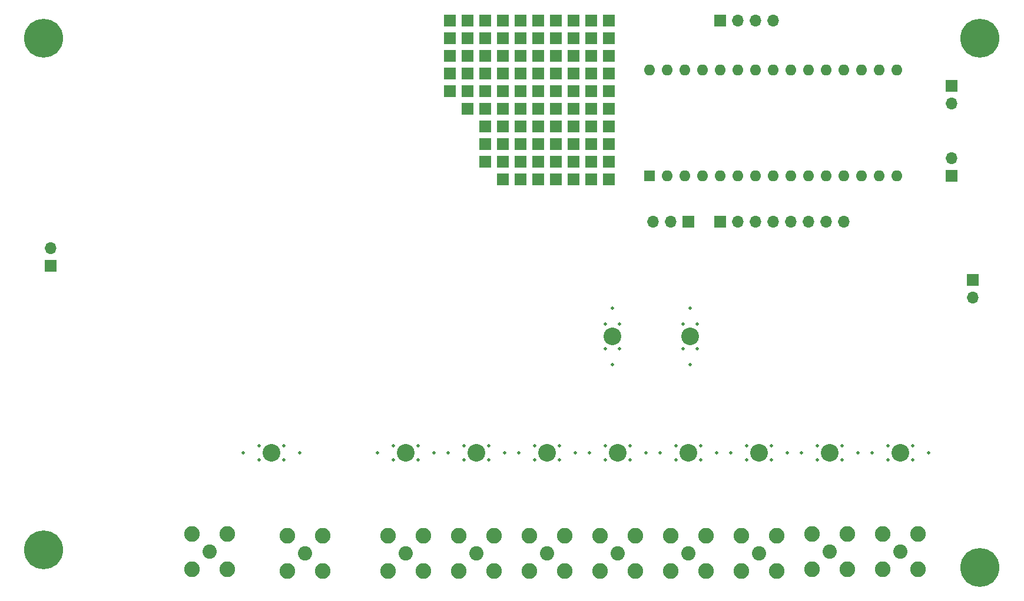
<source format=gbr>
%TF.GenerationSoftware,KiCad,Pcbnew,5.1.9-73d0e3b20d~88~ubuntu20.04.1*%
%TF.CreationDate,2021-01-15T18:11:00+02:00*%
%TF.ProjectId,gpsdo,67707364-6f2e-46b6-9963-61645f706362,rev?*%
%TF.SameCoordinates,PX3e22018PY7b2cf58*%
%TF.FileFunction,Soldermask,Bot*%
%TF.FilePolarity,Negative*%
%FSLAX46Y46*%
G04 Gerber Fmt 4.6, Leading zero omitted, Abs format (unit mm)*
G04 Created by KiCad (PCBNEW 5.1.9-73d0e3b20d~88~ubuntu20.04.1) date 2021-01-15 18:11:00*
%MOMM*%
%LPD*%
G01*
G04 APERTURE LIST*
%ADD10R,1.700000X1.700000*%
%ADD11C,5.600000*%
%ADD12C,0.508000*%
%ADD13C,2.540000*%
%ADD14O,1.700000X1.700000*%
%ADD15C,2.250000*%
%ADD16C,2.050000*%
%ADD17O,1.600000X1.600000*%
%ADD18R,1.600000X1.600000*%
G04 APERTURE END LIST*
D10*
%TO.C,REF\u002A\u002A*%
X63500000Y73660000D03*
%TD*%
%TO.C,REF\u002A\u002A*%
X63500000Y76200000D03*
%TD*%
%TO.C,REF\u002A\u002A*%
X63500000Y78740000D03*
%TD*%
%TO.C,REF\u002A\u002A*%
X63500000Y81280000D03*
%TD*%
%TO.C,REF\u002A\u002A*%
X63500000Y83820000D03*
%TD*%
%TO.C,REF\u002A\u002A*%
X66040000Y71120000D03*
%TD*%
%TO.C,REF\u002A\u002A*%
X66040000Y73660000D03*
%TD*%
%TO.C,REF\u002A\u002A*%
X66040000Y76200000D03*
%TD*%
%TO.C,REF\u002A\u002A*%
X66040000Y78740000D03*
%TD*%
%TO.C,REF\u002A\u002A*%
X66040000Y81280000D03*
%TD*%
%TO.C,REF\u002A\u002A*%
X66040000Y83820000D03*
%TD*%
%TO.C,REF\u002A\u002A*%
X68580000Y63500000D03*
%TD*%
%TO.C,REF\u002A\u002A*%
X68580000Y66040000D03*
%TD*%
%TO.C,REF\u002A\u002A*%
X68580000Y68580000D03*
%TD*%
%TO.C,REF\u002A\u002A*%
X68580000Y71120000D03*
%TD*%
%TO.C,REF\u002A\u002A*%
X68580000Y73660000D03*
%TD*%
%TO.C,REF\u002A\u002A*%
X68580000Y76200000D03*
%TD*%
%TO.C,REF\u002A\u002A*%
X68580000Y78740000D03*
%TD*%
%TO.C,REF\u002A\u002A*%
X68580000Y81280000D03*
%TD*%
%TO.C,REF\u002A\u002A*%
X68580000Y83820000D03*
%TD*%
%TO.C,REF\u002A\u002A*%
X71120000Y60960000D03*
%TD*%
%TO.C,REF\u002A\u002A*%
X71120000Y63500000D03*
%TD*%
%TO.C,REF\u002A\u002A*%
X71120000Y66040000D03*
%TD*%
%TO.C,REF\u002A\u002A*%
X71120000Y68580000D03*
%TD*%
%TO.C,REF\u002A\u002A*%
X71120000Y71120000D03*
%TD*%
%TO.C,REF\u002A\u002A*%
X71120000Y73660000D03*
%TD*%
%TO.C,REF\u002A\u002A*%
X71120000Y76200000D03*
%TD*%
%TO.C,REF\u002A\u002A*%
X71120000Y78740000D03*
%TD*%
%TO.C,REF\u002A\u002A*%
X71120000Y81280000D03*
%TD*%
%TO.C,REF\u002A\u002A*%
X71120000Y83820000D03*
%TD*%
%TO.C,REF\u002A\u002A*%
X73660000Y60960000D03*
%TD*%
%TO.C,REF\u002A\u002A*%
X73660000Y63500000D03*
%TD*%
%TO.C,REF\u002A\u002A*%
X73660000Y66040000D03*
%TD*%
%TO.C,REF\u002A\u002A*%
X73660000Y68580000D03*
%TD*%
%TO.C,REF\u002A\u002A*%
X73660000Y71120000D03*
%TD*%
%TO.C,REF\u002A\u002A*%
X73660000Y73660000D03*
%TD*%
%TO.C,REF\u002A\u002A*%
X73660000Y76200000D03*
%TD*%
%TO.C,REF\u002A\u002A*%
X73660000Y78740000D03*
%TD*%
%TO.C,REF\u002A\u002A*%
X73660000Y81280000D03*
%TD*%
%TO.C,REF\u002A\u002A*%
X73660000Y83820000D03*
%TD*%
%TO.C,REF\u002A\u002A*%
X76200000Y60960000D03*
%TD*%
%TO.C,REF\u002A\u002A*%
X76200000Y63500000D03*
%TD*%
%TO.C,REF\u002A\u002A*%
X76200000Y66040000D03*
%TD*%
%TO.C,REF\u002A\u002A*%
X76200000Y68580000D03*
%TD*%
%TO.C,REF\u002A\u002A*%
X76200000Y71120000D03*
%TD*%
%TO.C,REF\u002A\u002A*%
X76200000Y73660000D03*
%TD*%
%TO.C,REF\u002A\u002A*%
X76200000Y76200000D03*
%TD*%
%TO.C,REF\u002A\u002A*%
X76200000Y78740000D03*
%TD*%
%TO.C,REF\u002A\u002A*%
X76200000Y81280000D03*
%TD*%
%TO.C,REF\u002A\u002A*%
X76200000Y83820000D03*
%TD*%
%TO.C,REF\u002A\u002A*%
X78740000Y60960000D03*
%TD*%
%TO.C,REF\u002A\u002A*%
X78740000Y63500000D03*
%TD*%
%TO.C,REF\u002A\u002A*%
X78740000Y66040000D03*
%TD*%
%TO.C,REF\u002A\u002A*%
X78740000Y68580000D03*
%TD*%
%TO.C,REF\u002A\u002A*%
X78740000Y71120000D03*
%TD*%
%TO.C,REF\u002A\u002A*%
X78740000Y73660000D03*
%TD*%
%TO.C,REF\u002A\u002A*%
X78740000Y76200000D03*
%TD*%
%TO.C,REF\u002A\u002A*%
X78740000Y78740000D03*
%TD*%
%TO.C,REF\u002A\u002A*%
X78740000Y81280000D03*
%TD*%
%TO.C,REF\u002A\u002A*%
X78740000Y83820000D03*
%TD*%
%TO.C,REF\u002A\u002A*%
X81280000Y60960000D03*
%TD*%
%TO.C,REF\u002A\u002A*%
X81280000Y63500000D03*
%TD*%
%TO.C,REF\u002A\u002A*%
X81280000Y66040000D03*
%TD*%
%TO.C,REF\u002A\u002A*%
X81280000Y68580000D03*
%TD*%
%TO.C,REF\u002A\u002A*%
X81280000Y71120000D03*
%TD*%
%TO.C,REF\u002A\u002A*%
X81280000Y73660000D03*
%TD*%
%TO.C,REF\u002A\u002A*%
X81280000Y76200000D03*
%TD*%
%TO.C,REF\u002A\u002A*%
X81280000Y78740000D03*
%TD*%
%TO.C,REF\u002A\u002A*%
X81280000Y81280000D03*
%TD*%
%TO.C,REF\u002A\u002A*%
X81280000Y83820000D03*
%TD*%
%TO.C,REF\u002A\u002A*%
X83820000Y60960000D03*
%TD*%
%TO.C,REF\u002A\u002A*%
X83820000Y63500000D03*
%TD*%
%TO.C,REF\u002A\u002A*%
X83820000Y66040000D03*
%TD*%
%TO.C,REF\u002A\u002A*%
X83820000Y68580000D03*
%TD*%
%TO.C,REF\u002A\u002A*%
X83820000Y71120000D03*
%TD*%
%TO.C,REF\u002A\u002A*%
X83820000Y73660000D03*
%TD*%
%TO.C,REF\u002A\u002A*%
X83820000Y76200000D03*
%TD*%
%TO.C,REF\u002A\u002A*%
X83820000Y78740000D03*
%TD*%
%TO.C,REF\u002A\u002A*%
X83820000Y81280000D03*
%TD*%
%TO.C,REF\u002A\u002A*%
X83820000Y83820000D03*
%TD*%
%TO.C,REF\u002A\u002A*%
X86360000Y60960000D03*
%TD*%
%TO.C,REF\u002A\u002A*%
X86360000Y63500000D03*
%TD*%
%TO.C,REF\u002A\u002A*%
X86360000Y66040000D03*
%TD*%
%TO.C,REF\u002A\u002A*%
X86360000Y68580000D03*
%TD*%
%TO.C,REF\u002A\u002A*%
X86360000Y71120000D03*
%TD*%
%TO.C,REF\u002A\u002A*%
X86360000Y73660000D03*
%TD*%
%TO.C,REF\u002A\u002A*%
X86360000Y76200000D03*
%TD*%
%TO.C,REF\u002A\u002A*%
X86360000Y78740000D03*
%TD*%
%TO.C,REF\u002A\u002A*%
X86360000Y81280000D03*
%TD*%
%TO.C,REF\u002A\u002A*%
X86360000Y83820000D03*
%TD*%
D11*
%TO.C,H4*%
X139700000Y81280000D03*
%TD*%
%TO.C,H3*%
X5080000Y81280000D03*
%TD*%
%TO.C,H2*%
X139700000Y5080000D03*
%TD*%
%TO.C,H1*%
X5080000Y7620000D03*
%TD*%
D12*
%TO.C,U20*%
X116332000Y22606000D03*
X114046000Y21590000D03*
X116332000Y20574000D03*
X119888000Y22606000D03*
X122174000Y21590000D03*
X119888000Y20574000D03*
D13*
X118110000Y21590000D03*
%TD*%
D12*
%TO.C,U19*%
X96012000Y22606000D03*
X93726000Y21590000D03*
X96012000Y20574000D03*
X99568000Y22606000D03*
X101854000Y21590000D03*
X99568000Y20574000D03*
D13*
X97790000Y21590000D03*
%TD*%
D12*
%TO.C,U18*%
X75692000Y22606000D03*
X73406000Y21590000D03*
X75692000Y20574000D03*
X79248000Y22606000D03*
X81534000Y21590000D03*
X79248000Y20574000D03*
D13*
X77470000Y21590000D03*
%TD*%
D12*
%TO.C,U17*%
X55372000Y22606000D03*
X53086000Y21590000D03*
X55372000Y20574000D03*
X58928000Y22606000D03*
X61214000Y21590000D03*
X58928000Y20574000D03*
D13*
X57150000Y21590000D03*
%TD*%
D12*
%TO.C,U16*%
X36068000Y22606000D03*
X33782000Y21590000D03*
X36068000Y20574000D03*
X39624000Y22606000D03*
X41910000Y21590000D03*
X39624000Y20574000D03*
D13*
X37846000Y21590000D03*
%TD*%
D12*
%TO.C,U15*%
X97028000Y36576000D03*
X98044000Y34290000D03*
X99060000Y36576000D03*
X97028000Y40132000D03*
X98044000Y42418000D03*
X99060000Y40132000D03*
D13*
X98044000Y38354000D03*
%TD*%
D12*
%TO.C,U14*%
X87884000Y40132000D03*
X86868000Y42418000D03*
X85852000Y40132000D03*
X87884000Y36576000D03*
X86868000Y34290000D03*
X85852000Y36576000D03*
D13*
X86868000Y38354000D03*
%TD*%
D12*
%TO.C,U13*%
X126492000Y22606000D03*
X124206000Y21590000D03*
X126492000Y20574000D03*
X130048000Y22606000D03*
X132334000Y21590000D03*
X130048000Y20574000D03*
D13*
X128270000Y21590000D03*
%TD*%
D12*
%TO.C,U12*%
X106172000Y22606000D03*
X103886000Y21590000D03*
X106172000Y20574000D03*
X109728000Y22606000D03*
X112014000Y21590000D03*
X109728000Y20574000D03*
D13*
X107950000Y21590000D03*
%TD*%
D12*
%TO.C,U11*%
X85852000Y22606000D03*
X83566000Y21590000D03*
X85852000Y20574000D03*
X89408000Y22606000D03*
X91694000Y21590000D03*
X89408000Y20574000D03*
D13*
X87630000Y21590000D03*
%TD*%
D12*
%TO.C,U10*%
X65532000Y22606000D03*
X63246000Y21590000D03*
X65532000Y20574000D03*
X69088000Y22606000D03*
X71374000Y21590000D03*
X69088000Y20574000D03*
D13*
X67310000Y21590000D03*
%TD*%
D14*
%TO.C,J17*%
X6096000Y51054000D03*
D10*
X6096000Y48514000D03*
%TD*%
D14*
%TO.C,J16*%
X135636000Y71882000D03*
D10*
X135636000Y74422000D03*
%TD*%
D15*
%TO.C,J15*%
X120650000Y4826000D03*
X115570000Y4826000D03*
X115570000Y9906000D03*
X120650000Y9906000D03*
D16*
X118110000Y7366000D03*
%TD*%
D15*
%TO.C,J14*%
X100330000Y4572000D03*
X95250000Y4572000D03*
X95250000Y9652000D03*
X100330000Y9652000D03*
D16*
X97790000Y7112000D03*
%TD*%
D15*
%TO.C,J13*%
X80010000Y4572000D03*
X74930000Y4572000D03*
X74930000Y9652000D03*
X80010000Y9652000D03*
D16*
X77470000Y7112000D03*
%TD*%
D15*
%TO.C,J12*%
X59690000Y4572000D03*
X54610000Y4572000D03*
X54610000Y9652000D03*
X59690000Y9652000D03*
D16*
X57150000Y7112000D03*
%TD*%
D15*
%TO.C,J11*%
X45212000Y4572000D03*
X40132000Y4572000D03*
X40132000Y9652000D03*
X45212000Y9652000D03*
D16*
X42672000Y7112000D03*
%TD*%
D15*
%TO.C,J10*%
X130810000Y4826000D03*
X125730000Y4826000D03*
X125730000Y9906000D03*
X130810000Y9906000D03*
D16*
X128270000Y7366000D03*
%TD*%
D15*
%TO.C,J9*%
X110490000Y4572000D03*
X105410000Y4572000D03*
X105410000Y9652000D03*
X110490000Y9652000D03*
D16*
X107950000Y7112000D03*
%TD*%
D15*
%TO.C,J8*%
X90170000Y4572000D03*
X85090000Y4572000D03*
X85090000Y9652000D03*
X90170000Y9652000D03*
D16*
X87630000Y7112000D03*
%TD*%
D15*
%TO.C,J7*%
X69850000Y4572000D03*
X64770000Y4572000D03*
X64770000Y9652000D03*
X69850000Y9652000D03*
D16*
X67310000Y7112000D03*
%TD*%
D15*
%TO.C,J6*%
X31496000Y9906000D03*
X31496000Y4826000D03*
X26416000Y4826000D03*
X26416000Y9906000D03*
D16*
X28956000Y7366000D03*
%TD*%
D14*
%TO.C,J5*%
X138684000Y43942000D03*
D10*
X138684000Y46482000D03*
%TD*%
D14*
%TO.C,J4*%
X120142000Y54864000D03*
X117602000Y54864000D03*
X115062000Y54864000D03*
X112522000Y54864000D03*
X109982000Y54864000D03*
X107442000Y54864000D03*
X104902000Y54864000D03*
D10*
X102362000Y54864000D03*
%TD*%
D14*
%TO.C,J3*%
X135636000Y64008000D03*
D10*
X135636000Y61468000D03*
%TD*%
D14*
%TO.C,J2*%
X92710000Y54864000D03*
X95250000Y54864000D03*
D10*
X97790000Y54864000D03*
%TD*%
D14*
%TO.C,J1*%
X109982000Y83820000D03*
X107442000Y83820000D03*
X104902000Y83820000D03*
D10*
X102362000Y83820000D03*
%TD*%
D17*
%TO.C,A1*%
X127762000Y76708000D03*
X127762000Y61468000D03*
X92202000Y76708000D03*
X125222000Y61468000D03*
X94742000Y76708000D03*
X122682000Y61468000D03*
X97282000Y76708000D03*
X120142000Y61468000D03*
X99822000Y76708000D03*
X117602000Y61468000D03*
X102362000Y76708000D03*
X115062000Y61468000D03*
X104902000Y76708000D03*
X112522000Y61468000D03*
X107442000Y76708000D03*
X109982000Y61468000D03*
X109982000Y76708000D03*
X107442000Y61468000D03*
X112522000Y76708000D03*
X104902000Y61468000D03*
X115062000Y76708000D03*
X102362000Y61468000D03*
X117602000Y76708000D03*
X99822000Y61468000D03*
X120142000Y76708000D03*
X97282000Y61468000D03*
X122682000Y76708000D03*
X94742000Y61468000D03*
X125222000Y76708000D03*
D18*
X92202000Y61468000D03*
%TD*%
M02*

</source>
